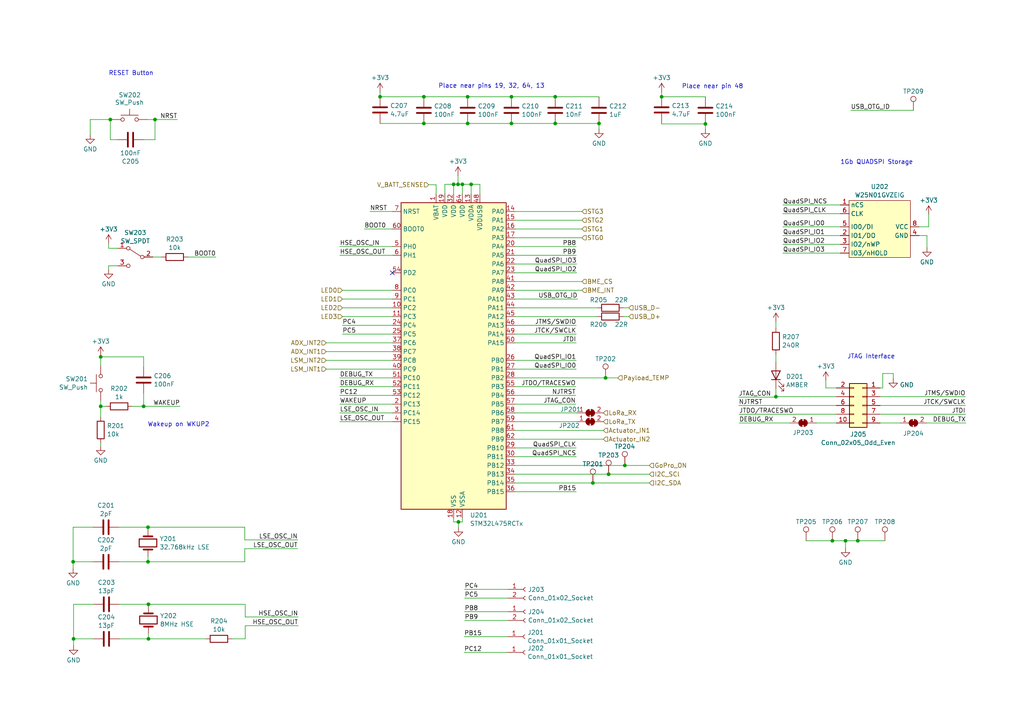
<source format=kicad_sch>
(kicad_sch (version 20231120) (generator "eeschema") (generator_version "8.0")
  (paper "A4")
  (title_block (title "Anduril-1 Flight Computer") (date "2024-02-22") (rev "V1.0") (company "UVic Rocketry"))
  (lib_symbols
    (symbol "Connector:Conn_01x01_Socket" (pin_names (offset 1.016) hide)
      (property "Reference" "J" (at 0 2.54 0))
      (property "Value" "Conn_01x01_Socket" (at 0 -2.54 0))
      (symbol "Conn_01x01_Socket_1_1"
        (polyline (pts (xy -1.27 0) (xy -0.508 0)) (stroke (width 0.1524)))
        (arc (start 0 0.508) (mid -0.5058 0) (end 0 -0.508) (stroke (width 0.1524)))
        (pin passive line (at -5.08 0 0) (length 3.81) (name "Pin_1") (number "1"))
      )
    )
    (symbol "Connector:Conn_01x02_Socket" (pin_names (offset 1.016) hide)
      (property "Reference" "J" (at 0 2.54 0))
      (property "Value" "Conn_01x02_Socket" (at 0 -5.08 0))
      (symbol "Conn_01x02_Socket_1_1"
        (arc (start 0 -2.032) (mid -0.5058 -2.54) (end 0 -3.048) (stroke (width 0.1524)))
        (polyline (pts (xy -1.27 -2.54) (xy -0.508 -2.54)) (stroke (width 0.1524)))
        (polyline (pts (xy -1.27 0) (xy -0.508 0)) (stroke (width 0.1524)))
        (arc (start 0 0.508) (mid -0.5058 0) (end 0 -0.508) (stroke (width 0.1524)))
        (pin passive line (at -5.08 0 0) (length 3.81) (name "Pin_1") (number "1"))
        (pin passive line (at -5.08 -2.54 0) (length 3.81) (name "Pin_2") (number "2"))
      )
    )
    (symbol "Connector:TestPoint" (pin_numbers hide) (pin_names (offset 0.762) hide)
      (property "Reference" "TP" (at 0 6.858 0))
      (property "Value" "TestPoint" (at 0 5.08 0))
      (symbol "TestPoint_0_1"
        (circle (center 0 3.302) (radius 0.762))
      )
      (symbol "TestPoint_1_1"
        (pin passive line (at 0 0 90) (length 2.54) (name "1") (number "1"))
      )
    )
    (symbol "Connector_Generic:Conn_02x05_Odd_Even" (pin_names (offset 1.016) hide)
      (property "Reference" "J" (at 1.27 7.62 0))
      (property "Value" "Conn_02x05_Odd_Even" (at 1.27 -7.62 0))
      (symbol "Conn_02x05_Odd_Even_1_1"
        (rectangle (start -1.27 -4.953) (end 0 -5.207) (stroke (width 0.1524)))
        (rectangle (start -1.27 -2.413) (end 0 -2.667) (stroke (width 0.1524)))
        (rectangle (start -1.27 0.127) (end 0 -0.127) (stroke (width 0.1524)))
        (rectangle (start -1.27 2.667) (end 0 2.413) (stroke (width 0.1524)))
        (rectangle (start -1.27 5.207) (end 0 4.953) (stroke (width 0.1524)))
        (rectangle (start -1.27 6.35) (end 3.81 -6.35) (stroke (width 0.254)) (fill (type background)))
        (rectangle (start 3.81 -4.953) (end 2.54 -5.207) (stroke (width 0.1524)))
        (rectangle (start 3.81 -2.413) (end 2.54 -2.667) (stroke (width 0.1524)))
        (rectangle (start 3.81 0.127) (end 2.54 -0.127) (stroke (width 0.1524)))
        (rectangle (start 3.81 2.667) (end 2.54 2.413) (stroke (width 0.1524)))
        (rectangle (start 3.81 5.207) (end 2.54 4.953) (stroke (width 0.1524)))
        (pin passive line (at -5.08 5.08 0) (length 3.81) (name "Pin_1") (number "1"))
        (pin passive line (at 7.62 -5.08 180) (length 3.81) (name "Pin_10") (number "10"))
        (pin passive line (at 7.62 5.08 180) (length 3.81) (name "Pin_2") (number "2"))
        (pin passive line (at -5.08 2.54 0) (length 3.81) (name "Pin_3") (number "3"))
        (pin passive line (at 7.62 2.54 180) (length 3.81) (name "Pin_4") (number "4"))
        (pin passive line (at -5.08 0 0) (length 3.81) (name "Pin_5") (number "5"))
        (pin passive line (at 7.62 0 180) (length 3.81) (name "Pin_6") (number "6"))
        (pin passive line (at -5.08 -2.54 0) (length 3.81) (name "Pin_7") (number "7"))
        (pin passive line (at 7.62 -2.54 180) (length 3.81) (name "Pin_8") (number "8"))
        (pin passive line (at -5.08 -5.08 0) (length 3.81) (name "Pin_9") (number "9"))
      )
    )
    (symbol "Device:C" (pin_numbers hide) (pin_names (offset 0.254))
      (property "Reference" "C" (at 0.635 2.54 0))
      (property "Value" "C" (at 0.635 -2.54 0))
      (symbol "C_0_1"
        (polyline (pts (xy -2.032 -0.762) (xy 2.032 -0.762)) (stroke (width 0.508)))
        (polyline (pts (xy -2.032 0.762) (xy 2.032 0.762)) (stroke (width 0.508)))
      )
      (symbol "C_1_1"
        (pin passive line (at 0 3.81 270) (length 2.794) (name "~") (number "1"))
        (pin passive line (at 0 -3.81 90) (length 2.794) (name "~") (number "2"))
      )
    )
    (symbol "Device:Crystal" (pin_numbers hide) (pin_names (offset 1.016) hide)
      (property "Reference" "Y" (at 0 3.81 0))
      (property "Value" "Crystal" (at 0 -3.81 0))
      (symbol "Crystal_0_1"
        (rectangle (start -1.143 2.54) (end 1.143 -2.54) (stroke (width 0.3048)))
        (polyline (pts (xy -2.54 0) (xy -1.905 0)))
        (polyline (pts (xy -1.905 -1.27) (xy -1.905 1.27)) (stroke (width 0.508)))
        (polyline (pts (xy 1.905 -1.27) (xy 1.905 1.27)) (stroke (width 0.508)))
        (polyline (pts (xy 2.54 0) (xy 1.905 0)))
      )
      (symbol "Crystal_1_1"
        (pin passive line (at -3.81 0 0) (length 1.27) (name "1") (number "1"))
        (pin passive line (at 3.81 0 180) (length 1.27) (name "2") (number "2"))
      )
    )
    (symbol "Device:LED" (pin_numbers hide) (pin_names (offset 1.016) hide)
      (property "Reference" "D" (at 0 2.54 0))
      (property "Value" "LED" (at 0 -2.54 0))
      (symbol "LED_0_1"
        (polyline (pts (xy -1.27 -1.27) (xy -1.27 1.27)) (stroke (width 0.254)))
        (polyline (pts (xy -1.27 0) (xy 1.27 0)))
        (polyline (pts (xy 1.27 -1.27) (xy 1.27 1.27) (xy -1.27 0) (xy 1.27 -1.27)) (stroke (width 0.254)))
        (polyline (pts (xy -3.048 -0.762) (xy -4.572 -2.286) (xy -3.81 -2.286) (xy -4.572 -2.286) (xy -4.572 -1.524)))
        (polyline (pts (xy -1.778 -0.762) (xy -3.302 -2.286) (xy -2.54 -2.286) (xy -3.302 -2.286) (xy -3.302 -1.524)))
      )
      (symbol "LED_1_1"
        (pin passive line (at -3.81 0 0) (length 2.54) (name "K") (number "1"))
        (pin passive line (at 3.81 0 180) (length 2.54) (name "A") (number "2"))
      )
    )
    (symbol "Device:R" (pin_numbers hide) (pin_names (offset 0))
      (property "Reference" "R" (at 2.032 0 90))
      (property "Value" "R" (at 0 0 90))
      (symbol "R_0_1"
        (rectangle (start -1.016 -2.54) (end 1.016 2.54) (stroke (width 0.254)))
      )
      (symbol "R_1_1"
        (pin passive line (at 0 3.81 270) (length 1.27) (name "~") (number "1"))
        (pin passive line (at 0 -3.81 90) (length 1.27) (name "~") (number "2"))
      )
    )
    (symbol "Jumper:SolderJumper_2_Bridged" (pin_names (offset 0) hide)
      (property "Reference" "JP" (at 0 2.032 0))
      (property "Value" "SolderJumper_2_Bridged" (at 0 -2.54 0))
      (symbol "SolderJumper_2_Bridged_0_1"
        (rectangle (start -0.508 0.508) (end 0.508 -0.508) (fill (type outline)))
        (arc (start -0.254 1.016) (mid -1.2656 0) (end -0.254 -1.016))
        (arc (start -0.254 1.016) (mid -1.2656 0) (end -0.254 -1.016) (fill (type outline)))
        (polyline (pts (xy -0.254 1.016) (xy -0.254 -1.016)))
        (polyline (pts (xy 0.254 1.016) (xy 0.254 -1.016)))
        (arc (start 0.254 -1.016) (mid 1.2656 0) (end 0.254 1.016))
        (arc (start 0.254 -1.016) (mid 1.2656 0) (end 0.254 1.016) (fill (type outline)))
      )
      (symbol "SolderJumper_2_Bridged_1_1"
        (pin passive line (at -3.81 0 0) (length 2.54) (name "A") (number "1"))
        (pin passive line (at 3.81 0 180) (length 2.54) (name "B") (number "2"))
      )
    )
    (symbol "MCU_ST_STM32L4:STM32L475RCTx"
      (property "Reference" "U" (at -15.24 46.99 0))
      (property "Value" "STM32L475RCTx" (at 10.16 46.99 0))
      (symbol "STM32L475RCTx_0_1"
        (rectangle (start -15.24 -43.18) (end 15.24 45.72) (stroke (width 0.254)) (fill (type background)))
      )
      (symbol "STM32L475RCTx_1_1"
        (pin power_in line (at -5.08 48.26 270) (length 2.54) (name "VBAT") (number "1"))
        (pin bidirectional line (at -17.78 15.24 0) (length 2.54) (name "PC2") (number "10"))
        (pin bidirectional line (at -17.78 12.7 0) (length 2.54) (name "PC3") (number "11"))
        (pin power_in line (at 2.54 -45.72 90) (length 2.54) (name "VSSA") (number "12"))
        (pin power_in line (at 5.08 48.26 270) (length 2.54) (name "VDDA") (number "13"))
        (pin bidirectional line (at 17.78 43.18 180) (length 2.54) (name "PA0") (number "14"))
        (pin bidirectional line (at 17.78 40.64 180) (length 2.54) (name "PA1") (number "15"))
        (pin bidirectional line (at 17.78 38.1 180) (length 2.54) (name "PA2") (number "16"))
        (pin bidirectional line (at 17.78 35.56 180) (length 2.54) (name "PA3") (number "17"))
        (pin power_in line (at 0 -45.72 90) (length 2.54) (name "VSS") (number "18"))
        (pin power_in line (at -2.54 48.26 270) (length 2.54) (name "VDD") (number "19"))
        (pin bidirectional line (at -17.78 -12.7 0) (length 2.54) (name "PC13") (number "2"))
        (pin bidirectional line (at 17.78 33.02 180) (length 2.54) (name "PA4") (number "20"))
        (pin bidirectional line (at 17.78 30.48 180) (length 2.54) (name "PA5") (number "21"))
        (pin bidirectional line (at 17.78 27.94 180) (length 2.54) (name "PA6") (number "22"))
        (pin bidirectional line (at 17.78 25.4 180) (length 2.54) (name "PA7") (number "23"))
        (pin bidirectional line (at -17.78 10.16 0) (length 2.54) (name "PC4") (number "24"))
        (pin bidirectional line (at -17.78 7.62 0) (length 2.54) (name "PC5") (number "25"))
        (pin bidirectional line (at 17.78 0 180) (length 2.54) (name "PB0") (number "26"))
        (pin bidirectional line (at 17.78 -2.54 180) (length 2.54) (name "PB1") (number "27"))
        (pin bidirectional line (at 17.78 -5.08 180) (length 2.54) (name "PB2") (number "28"))
        (pin bidirectional line (at 17.78 -25.4 180) (length 2.54) (name "PB10") (number "29"))
        (pin bidirectional line (at -17.78 -15.24 0) (length 2.54) (name "PC14") (number "3"))
        (pin bidirectional line (at 17.78 -27.94 180) (length 2.54) (name "PB11") (number "30"))
        (pin passive line (at 0 -45.72 90) (length 2.54) hide (name "VSS") (number "31"))
        (pin power_in line (at 0 48.26 270) (length 2.54) (name "VDD") (number "32"))
        (pin bidirectional line (at 17.78 -30.48 180) (length 2.54) (name "PB12") (number "33"))
        (pin bidirectional line (at 17.78 -33.02 180) (length 2.54) (name "PB13") (number "34"))
        (pin bidirectional line (at 17.78 -35.56 180) (length 2.54) (name "PB14") (number "35"))
        (pin bidirectional line (at 17.78 -38.1 180) (length 2.54) (name "PB15") (number "36"))
        (pin bidirectional line (at -17.78 5.08 0) (length 2.54) (name "PC6") (number "37"))
        (pin bidirectional line (at -17.78 2.54 0) (length 2.54) (name "PC7") (number "38"))
        (pin bidirectional line (at -17.78 0 0) (length 2.54) (name "PC8") (number "39"))
        (pin bidirectional line (at -17.78 -17.78 0) (length 2.54) (name "PC15") (number "4"))
        (pin bidirectional line (at -17.78 -2.54 0) (length 2.54) (name "PC9") (number "40"))
        (pin bidirectional line (at 17.78 22.86 180) (length 2.54) (name "PA8") (number "41"))
        (pin bidirectional line (at 17.78 20.32 180) (length 2.54) (name "PA9") (number "42"))
        (pin bidirectional line (at 17.78 17.78 180) (length 2.54) (name "PA10") (number "43"))
        (pin bidirectional line (at 17.78 15.24 180) (length 2.54) (name "PA11") (number "44"))
        (pin bidirectional line (at 17.78 12.7 180) (length 2.54) (name "PA12") (number "45"))
        (pin bidirectional line (at 17.78 10.16 180) (length 2.54) (name "PA13") (number "46"))
        (pin passive line (at 0 -45.72 90) (length 2.54) hide (name "VSS") (number "47"))
        (pin power_in line (at 7.62 48.26 270) (length 2.54) (name "VDDUSB") (number "48"))
        (pin bidirectional line (at 17.78 7.62 180) (length 2.54) (name "PA14") (number "49"))
        (pin bidirectional line (at -17.78 33.02 0) (length 2.54) (name "PH0") (number "5"))
        (pin bidirectional line (at 17.78 5.08 180) (length 2.54) (name "PA15") (number "50"))
        (pin bidirectional line (at -17.78 -5.08 0) (length 2.54) (name "PC10") (number "51"))
        (pin bidirectional line (at -17.78 -7.62 0) (length 2.54) (name "PC11") (number "52"))
        (pin bidirectional line (at -17.78 -10.16 0) (length 2.54) (name "PC12") (number "53"))
        (pin bidirectional line (at -17.78 25.4 0) (length 2.54) (name "PD2") (number "54"))
        (pin bidirectional line (at 17.78 -7.62 180) (length 2.54) (name "PB3") (number "55"))
        (pin bidirectional line (at 17.78 -10.16 180) (length 2.54) (name "PB4") (number "56"))
        (pin bidirectional line (at 17.78 -12.7 180) (length 2.54) (name "PB5") (number "57"))
        (pin bidirectional line (at 17.78 -15.24 180) (length 2.54) (name "PB6") (number "58"))
        (pin bidirectional line (at 17.78 -17.78 180) (length 2.54) (name "PB7") (number "59"))
        (pin bidirectional line (at -17.78 30.48 0) (length 2.54) (name "PH1") (number "6"))
        (pin input line (at -17.78 38.1 0) (length 2.54) (name "BOOT0") (number "60"))
        (pin bidirectional line (at 17.78 -20.32 180) (length 2.54) (name "PB8") (number "61"))
        (pin bidirectional line (at 17.78 -22.86 180) (length 2.54) (name "PB9") (number "62"))
        (pin passive line (at 0 -45.72 90) (length 2.54) hide (name "VSS") (number "63"))
        (pin power_in line (at 2.54 48.26 270) (length 2.54) (name "VDD") (number "64"))
        (pin input line (at -17.78 43.18 0) (length 2.54) (name "NRST") (number "7"))
        (pin bidirectional line (at -17.78 20.32 0) (length 2.54) (name "PC0") (number "8"))
        (pin bidirectional line (at -17.78 17.78 0) (length 2.54) (name "PC1") (number "9"))
      )
    )
    (symbol "Switch:SW_Push" (pin_numbers hide) (pin_names (offset 1.016) hide)
      (property "Reference" "SW" (at 1.27 2.54 0))
      (property "Value" "SW_Push" (at 0 -1.524 0))
      (symbol "SW_Push_0_1"
        (circle (center -2.032 0) (radius 0.508))
        (polyline (pts (xy 0 1.27) (xy 0 3.048)))
        (polyline (pts (xy 2.54 1.27) (xy -2.54 1.27)))
        (circle (center 2.032 0) (radius 0.508))
        (pin passive line (at -5.08 0 0) (length 2.54) (name "1") (number "1"))
        (pin passive line (at 5.08 0 180) (length 2.54) (name "2") (number "2"))
      )
    )
    (symbol "Switch:SW_SPDT" (pin_names (offset 0) hide)
      (property "Reference" "SW" (at 0 4.318 0))
      (property "Value" "SW_SPDT" (at 0 -5.08 0))
      (symbol "SW_SPDT_0_0"
        (circle (center -2.032 0) (radius 0.508))
        (circle (center 2.032 -2.54) (radius 0.508))
      )
      (symbol "SW_SPDT_0_1"
        (polyline (pts (xy -1.524 0.254) (xy 1.651 2.286)))
        (circle (center 2.032 2.54) (radius 0.508))
      )
      (symbol "SW_SPDT_1_1"
        (pin passive line (at 5.08 2.54 180) (length 2.54) (name "A") (number "1"))
        (pin passive line (at -5.08 0 0) (length 2.54) (name "B") (number "2"))
        (pin passive line (at 5.08 -2.54 180) (length 2.54) (name "C") (number "3"))
      )
    )
    (symbol "W25N01GVZEIG:W25N01GVZEIG"
      (property "Reference" "U" (at 0 0 0))
      (property "Value" "W25N01GVZEIG" (at 0 0 0))
      (symbol "W25N01GVZEIG_1_1"
        (rectangle (start 1.27 -16.51) (end 19.05 -33.02) (fill (type background)))
        (pin input line (at -1.27 -17.78 0) (length 2.54) (name "nCS") (number "1"))
        (pin bidirectional line (at -1.27 -26.67 0) (length 2.54) (name "IO1/DO") (number "2"))
        (pin bidirectional line (at -1.27 -29.21 0) (length 2.54) (name "IO2/nWP") (number "3"))
        (pin passive line (at 21.59 -26.67 180) (length 2.54) (name "GND") (number "4"))
        (pin bidirectional line (at -1.27 -24.13 0) (length 2.54) (name "IO0/DI") (number "5"))
        (pin input line (at -1.27 -20.32 0) (length 2.54) (name "CLK") (number "6"))
        (pin bidirectional line (at -1.27 -31.75 0) (length 2.54) (name "IO3/nHOLD") (number "7"))
        (pin power_in line (at 21.59 -24.13 180) (length 2.54) (name "VCC") (number "8"))
      )
    )
    (symbol "power:+3V3" (power) (pin_names (offset 0))
      (property "Value" "+3V3" (at 0 3.556 0))
      (symbol "+3V3_0_1"
        (polyline (pts (xy -0.762 1.27) (xy 0 2.54)))
        (polyline (pts (xy 0 0) (xy 0 2.54)))
        (polyline (pts (xy 0 2.54) (xy 0.762 1.27)))
      )
      (symbol "+3V3_1_1"
        (pin power_in line (at 0 0 90) (length 0) hide (name "+3V3") (number "1"))
      )
    )
    (symbol "power:GND" (power) (pin_names (offset 0))
      (property "Value" "GND" (at 0 -3.81 0))
      (symbol "GND_0_1"
        (polyline (pts (xy 0 0) (xy 0 -1.27) (xy 1.27 -1.27) (xy 0 -2.54) (xy -1.27 -1.27) (xy 0 -1.27)))
      )
      (symbol "GND_1_1"
        (pin power_in line (at 0 0 270) (length 0) hide (name "GND") (number "1"))
      )
    )
  )
  (junction (at 135.636 35.814))
  (junction (at 29.21 117.856))
  (junction (at 131.572 53.467))
  (junction (at 132.842 53.467))
  (junction (at 135.636 28.067))
  (junction (at 175.641 109.601))
  (junction (at 148.336 35.814))
  (junction (at 241.427 156.845))
  (junction (at 173.736 35.814))
  (junction (at 225.044 115.062))
  (junction (at 42.926 152.908))
  (junction (at 161.036 28.067))
  (junction (at 161.036 35.814))
  (junction (at 41.656 117.856))
  (junction (at 122.936 35.814))
  (junction (at 181.229 135.001))
  (junction (at 136.652 53.467))
  (junction (at 43.053 185.293))
  (junction (at 122.936 28.067))
  (junction (at 132.969 151.384))
  (junction (at 32.004 34.671))
  (junction (at 204.597 35.941))
  (junction (at 248.793 156.845))
  (junction (at 245.237 156.845))
  (junction (at 110.236 28.067))
  (junction (at 171.958 140.081))
  (junction (at 176.53 137.541))
  (junction (at 191.897 28.067))
  (junction (at 21.336 185.293))
  (junction (at 42.926 162.941))
  (junction (at 43.053 175.26))
  (junction (at 21.209 162.941))
  (junction (at 44.958 34.671))
  (junction (at 134.112 53.467))
  (junction (at 148.336 28.067))
  (junction (at 29.21 103.505))
  (no_connect (at 113.792 79.121))
  (wire (pts (xy 41.656 114.046) (xy 41.656 117.856)))
  (wire (pts (xy 149.352 99.441) (xy 167.132 99.441)))
  (wire (pts (xy 149.352 137.541) (xy 176.53 137.541)))
  (wire (pts (xy 70.993 159.131) (xy 86.36 159.131)))
  (wire (pts (xy 173.736 35.814) (xy 173.736 37.465)))
  (wire (pts (xy 21.336 185.293) (xy 21.336 187.325)))
  (wire (pts (xy 204.597 28.067) (xy 204.597 28.194)))
  (wire (pts (xy 110.236 28.067) (xy 122.936 28.067)))
  (wire (pts (xy 21.209 152.908) (xy 21.209 162.941)))
  (wire (pts (xy 113.792 71.501) (xy 98.552 71.501)))
  (wire (pts (xy 99.314 84.201) (xy 113.792 84.201)))
  (wire (pts (xy 129.032 53.467) (xy 129.032 56.261)))
  (wire (pts (xy 71.12 181.483) (xy 86.487 181.483)))
  (wire (pts (xy 131.572 53.467) (xy 131.572 56.261)))
  (wire (pts (xy 266.573 68.326) (xy 268.859 68.326)))
  (wire (pts (xy 70.993 152.908) (xy 70.993 156.591)))
  (wire (pts (xy 110.236 26.67) (xy 110.236 28.067)))
  (wire (pts (xy 136.652 53.467) (xy 136.652 56.261)))
  (wire (pts (xy 149.352 86.741) (xy 167.513 86.741)))
  (wire (pts (xy 149.352 124.841) (xy 175.006 124.841)))
  (wire (pts (xy 32.004 34.671) (xy 32.512 34.671)))
  (wire (pts (xy 268.859 68.326) (xy 268.859 71.882)))
  (wire (pts (xy 149.352 91.821) (xy 173.228 91.821)))
  (wire (pts (xy 113.792 91.821) (xy 99.314 91.821)))
  (wire (pts (xy 113.792 122.301) (xy 98.552 122.301)))
  (wire (pts (xy 71.12 175.26) (xy 71.12 178.943)))
  (wire (pts (xy 168.783 84.201) (xy 149.352 84.201)))
  (wire (pts (xy 214.249 115.189) (xy 225.044 115.189)))
  (wire (pts (xy 113.792 96.901) (xy 99.314 96.901)))
  (wire (pts (xy 31.496 72.009) (xy 31.496 70.612)))
  (wire (pts (xy 147.32 173.482) (xy 134.747 173.482)))
  (wire (pts (xy 149.352 129.921) (xy 167.132 129.921)))
  (wire (pts (xy 44.323 74.549) (xy 46.863 74.549)))
  (wire (pts (xy 149.352 107.061) (xy 167.132 107.061)))
  (wire (pts (xy 132.969 151.384) (xy 132.969 153.035)))
  (wire (pts (xy 43.053 175.26) (xy 43.053 176.022)))
  (wire (pts (xy 41.656 40.513) (xy 44.958 40.513)))
  (wire (pts (xy 149.352 71.501) (xy 167.132 71.501)))
  (wire (pts (xy 42.926 152.908) (xy 42.926 153.67)))
  (wire (pts (xy 214.376 120.142) (xy 242.57 120.142)))
  (wire (pts (xy 43.053 175.26) (xy 71.12 175.26)))
  (wire (pts (xy 269.367 65.786) (xy 269.367 62.23)))
  (wire (pts (xy 227.076 70.866) (xy 243.713 70.866)))
  (wire (pts (xy 147.193 184.658) (xy 134.62 184.658)))
  (wire (pts (xy 149.352 142.621) (xy 167.132 142.621)))
  (wire (pts (xy 225.044 112.649) (xy 225.044 115.062)))
  (wire (pts (xy 139.192 56.261) (xy 139.192 53.467)))
  (wire (pts (xy 113.792 109.601) (xy 98.552 109.601)))
  (wire (pts (xy 44.958 40.513) (xy 44.958 34.671)))
  (wire (pts (xy 227.076 65.786) (xy 243.713 65.786)))
  (wire (pts (xy 71.12 185.293) (xy 71.12 181.483)))
  (wire (pts (xy 168.783 63.881) (xy 149.352 63.881)))
  (wire (pts (xy 191.897 35.941) (xy 204.597 35.941)))
  (wire (pts (xy 180.848 91.821) (xy 182.372 91.821)))
  (wire (pts (xy 236.728 122.682) (xy 242.57 122.682)))
  (wire (pts (xy 94.615 107.061) (xy 113.792 107.061)))
  (wire (pts (xy 180.848 89.281) (xy 182.372 89.281)))
  (wire (pts (xy 147.32 179.959) (xy 134.747 179.959)))
  (wire (pts (xy 149.352 109.601) (xy 175.641 109.601)))
  (wire (pts (xy 113.792 117.221) (xy 98.552 117.221)))
  (wire (pts (xy 110.236 35.814) (xy 122.936 35.814)))
  (wire (pts (xy 241.427 156.845) (xy 245.237 156.845)))
  (wire (pts (xy 149.352 89.281) (xy 173.228 89.281)))
  (wire (pts (xy 149.352 114.681) (xy 167.005 114.681)))
  (wire (pts (xy 94.615 104.521) (xy 113.792 104.521)))
  (wire (pts (xy 70.993 156.591) (xy 86.36 156.591)))
  (wire (pts (xy 26.162 34.671) (xy 32.004 34.671)))
  (wire (pts (xy 29.21 103.505) (xy 41.656 103.505)))
  (wire (pts (xy 149.352 112.141) (xy 167.005 112.141)))
  (wire (pts (xy 148.336 28.067) (xy 161.036 28.067)))
  (wire (pts (xy 67.31 185.293) (xy 71.12 185.293)))
  (wire (pts (xy 256.032 112.522) (xy 256.032 108.331)))
  (wire (pts (xy 94.615 99.441) (xy 113.792 99.441)))
  (wire (pts (xy 167.386 122.301) (xy 149.352 122.301)))
  (wire (pts (xy 181.229 135.001) (xy 188.341 135.001)))
  (wire (pts (xy 34.544 152.908) (xy 42.926 152.908)))
  (wire (pts (xy 21.209 162.941) (xy 26.924 162.941)))
  (wire (pts (xy 34.544 162.941) (xy 42.926 162.941)))
  (wire (pts (xy 132.842 53.467) (xy 134.112 53.467)))
  (wire (pts (xy 32.004 40.513) (xy 32.004 34.671)))
  (wire (pts (xy 30.734 117.856) (xy 29.21 117.856)))
  (wire (pts (xy 227.076 59.436) (xy 243.713 59.436)))
  (wire (pts (xy 149.352 79.121) (xy 167.259 79.121)))
  (wire (pts (xy 113.792 86.741) (xy 99.314 86.741)))
  (wire (pts (xy 149.352 81.661) (xy 168.783 81.661)))
  (wire (pts (xy 134.112 150.241) (xy 134.112 151.384)))
  (wire (pts (xy 239.522 110.363) (xy 239.522 112.522)))
  (wire (pts (xy 136.652 53.467) (xy 139.192 53.467)))
  (wire (pts (xy 29.21 116.205) (xy 29.21 117.856)))
  (wire (pts (xy 168.783 61.341) (xy 149.352 61.341)))
  (wire (pts (xy 149.352 135.001) (xy 181.229 135.001)))
  (wire (pts (xy 29.21 128.524) (xy 29.21 129.413)))
  (wire (pts (xy 113.792 89.281) (xy 99.314 89.281)))
  (wire (pts (xy 266.573 65.786) (xy 269.367 65.786)))
  (wire (pts (xy 147.32 170.942) (xy 134.747 170.942)))
  (wire (pts (xy 259.08 108.331) (xy 259.08 109.855)))
  (wire (pts (xy 168.783 66.421) (xy 149.352 66.421)))
  (wire (pts (xy 255.27 122.682) (xy 261.112 122.682)))
  (wire (pts (xy 34.671 185.293) (xy 43.053 185.293)))
  (wire (pts (xy 26.924 152.908) (xy 21.209 152.908)))
  (wire (pts (xy 255.27 120.142) (xy 280.035 120.142)))
  (wire (pts (xy 175.006 127.381) (xy 149.352 127.381)))
  (wire (pts (xy 94.615 101.981) (xy 113.792 101.981)))
  (wire (pts (xy 126.492 56.261) (xy 126.492 53.594)))
  (wire (pts (xy 225.044 93.345) (xy 225.044 95.123)))
  (wire (pts (xy 268.732 122.682) (xy 280.162 122.682)))
  (wire (pts (xy 41.656 106.426) (xy 41.656 103.505)))
  (wire (pts (xy 175.641 109.601) (xy 179.197 109.601)))
  (wire (pts (xy 135.636 35.814) (xy 148.336 35.814)))
  (wire (pts (xy 225.044 115.062) (xy 242.57 115.062)))
  (wire (pts (xy 113.792 74.041) (xy 98.552 74.041)))
  (wire (pts (xy 233.807 156.845) (xy 241.427 156.845)))
  (wire (pts (xy 26.162 34.671) (xy 26.162 39.116)))
  (wire (pts (xy 113.792 94.361) (xy 99.314 94.361)))
  (wire (pts (xy 225.044 115.189) (xy 225.044 115.062)))
  (wire (pts (xy 113.792 112.141) (xy 98.552 112.141)))
  (wire (pts (xy 38.354 117.856) (xy 41.656 117.856)))
  (wire (pts (xy 131.572 53.467) (xy 132.842 53.467)))
  (wire (pts (xy 214.376 122.682) (xy 229.108 122.682)))
  (wire (pts (xy 161.036 35.814) (xy 173.736 35.814)))
  (wire (pts (xy 176.53 137.541) (xy 188.341 137.541)))
  (wire (pts (xy 227.076 68.326) (xy 243.713 68.326)))
  (wire (pts (xy 255.27 115.062) (xy 280.035 115.062)))
  (wire (pts (xy 34.036 40.513) (xy 32.004 40.513)))
  (wire (pts (xy 191.897 35.687) (xy 191.897 35.941)))
  (wire (pts (xy 204.597 35.941) (xy 204.597 37.465)))
  (wire (pts (xy 129.032 53.467) (xy 131.572 53.467)))
  (wire (pts (xy 122.936 28.067) (xy 122.936 28.194)))
  (wire (pts (xy 110.236 35.687) (xy 110.236 35.814)))
  (wire (pts (xy 21.336 175.26) (xy 21.336 185.293)))
  (wire (pts (xy 27.051 175.26) (xy 21.336 175.26)))
  (wire (pts (xy 135.636 28.067) (xy 135.636 28.194)))
  (wire (pts (xy 149.352 140.081) (xy 171.958 140.081)))
  (wire (pts (xy 42.926 161.29) (xy 42.926 162.941)))
  (wire (pts (xy 134.112 53.467) (xy 136.652 53.467)))
  (wire (pts (xy 42.926 152.908) (xy 70.993 152.908)))
  (wire (pts (xy 149.352 76.581) (xy 167.259 76.581)))
  (wire (pts (xy 148.336 28.067) (xy 148.336 28.194)))
  (wire (pts (xy 54.483 74.549) (xy 62.611 74.549)))
  (wire (pts (xy 134.747 177.419) (xy 147.32 177.419)))
  (wire (pts (xy 256.032 108.331) (xy 259.08 108.331)))
  (wire (pts (xy 191.897 28.067) (xy 204.597 28.067)))
  (wire (pts (xy 225.044 102.743) (xy 225.044 105.029)))
  (wire (pts (xy 21.209 162.941) (xy 21.209 164.973)))
  (wire (pts (xy 149.352 132.461) (xy 167.132 132.461)))
  (wire (pts (xy 161.036 28.067) (xy 173.736 28.067)))
  (wire (pts (xy 34.163 77.089) (xy 31.496 77.089)))
  (wire (pts (xy 113.792 114.681) (xy 98.552 114.681)))
  (wire (pts (xy 149.352 68.961) (xy 168.783 68.961)))
  (wire (pts (xy 135.636 28.067) (xy 148.336 28.067)))
  (wire (pts (xy 43.053 185.293) (xy 59.69 185.293)))
  (wire (pts (xy 255.27 117.602) (xy 280.035 117.602)))
  (wire (pts (xy 42.672 34.671) (xy 44.958 34.671)))
  (wire (pts (xy 113.792 119.761) (xy 98.552 119.761)))
  (wire (pts (xy 171.958 140.081) (xy 188.341 140.081)))
  (wire (pts (xy 149.352 117.221) (xy 167.005 117.221)))
  (wire (pts (xy 42.926 162.941) (xy 70.993 162.941)))
  (wire (pts (xy 149.352 119.761) (xy 167.386 119.761)))
  (wire (pts (xy 161.036 28.067) (xy 161.036 28.194)))
  (wire (pts (xy 255.27 112.522) (xy 256.032 112.522)))
  (wire (pts (xy 122.936 28.067) (xy 135.636 28.067)))
  (wire (pts (xy 173.736 28.067) (xy 173.736 28.194)))
  (wire (pts (xy 243.713 61.976) (xy 227.076 61.976)))
  (wire (pts (xy 248.793 156.845) (xy 256.667 156.845)))
  (wire (pts (xy 43.053 183.642) (xy 43.053 185.293)))
  (wire (pts (xy 147.193 189.23) (xy 134.62 189.23)))
  (wire (pts (xy 131.572 150.241) (xy 131.572 151.384)))
  (wire (pts (xy 124.333 53.594) (xy 126.492 53.594)))
  (wire (pts (xy 132.969 151.384) (xy 134.112 151.384)))
  (wire (pts (xy 132.842 50.927) (xy 132.842 53.467)))
  (wire (pts (xy 149.352 74.041) (xy 167.132 74.041)))
  (wire (pts (xy 149.352 94.361) (xy 167.132 94.361)))
  (wire (pts (xy 31.496 77.089) (xy 31.496 78.232)))
  (wire (pts (xy 29.21 106.045) (xy 29.21 103.505)))
  (wire (pts (xy 148.336 35.814) (xy 161.036 35.814)))
  (wire (pts (xy 44.958 34.671) (xy 51.435 34.671)))
  (wire (pts (xy 239.522 112.522) (xy 242.57 112.522)))
  (wire (pts (xy 113.792 61.341) (xy 107.315 61.341)))
  (wire (pts (xy 149.352 104.521) (xy 167.132 104.521)))
  (wire (pts (xy 149.352 96.901) (xy 167.132 96.901)))
  (wire (pts (xy 41.656 117.856) (xy 52.197 117.856)))
  (wire (pts (xy 122.936 35.814) (xy 135.636 35.814)))
  (wire (pts (xy 245.237 156.845) (xy 248.793 156.845)))
  (wire (pts (xy 34.671 175.26) (xy 43.053 175.26)))
  (wire (pts (xy 264.922 32.004) (xy 246.761 32.004)))
  (wire (pts (xy 131.572 151.384) (xy 132.969 151.384)))
  (wire (pts (xy 34.163 72.009) (xy 31.496 72.009)))
  (wire (pts (xy 245.237 156.845) (xy 245.237 159.004)))
  (wire (pts (xy 29.21 117.856) (xy 29.21 120.904)))
  (wire (pts (xy 227.076 73.406) (xy 243.713 73.406)))
  (wire (pts (xy 29.21 103.505) (xy 29.21 103.124)))
  (wire (pts (xy 191.897 26.67) (xy 191.897 28.067)))
  (wire (pts (xy 134.112 56.261) (xy 134.112 53.467)))
  (wire (pts (xy 113.792 66.421) (xy 105.664 66.421)))
  (wire (pts (xy 21.336 185.293) (xy 27.051 185.293)))
  (wire (pts (xy 70.993 162.941) (xy 70.993 159.131)))
  (wire (pts (xy 214.249 117.602) (xy 242.57 117.602)))
  (wire (pts (xy 71.12 178.943) (xy 86.487 178.943)))
  (wire (pts (xy 204.597 35.814) (xy 204.597 35.941)))
  (text "JTAG Interface\n" (at 245.745 104.267 0) (effects (font (size 1.27 1.27)) (justify left bottom)))
  (text "Wakeup on WKUP2\n" (at 42.799 123.952 0) (effects (font (size 1.27 1.27)) (justify left bottom)))
  (text "Place near pins 19, 32, 64, 13" (at 127.127 25.781 0) (effects (font (size 1.27 1.27)) (justify left bottom)))
  (text "Place near pin 48" (at 197.739 25.908 0) (effects (font (size 1.27 1.27)) (justify left bottom)))
  (text "1Gb QUADSPI Storage" (at 243.713 47.879 0) (effects (font (size 1.27 1.27)) (justify left bottom)))
  (text "RESET Button\n" (at 31.496 22.098 0) (effects (font (size 1.27 1.27)) (justify left bottom)))
  (label "PC5" (at 99.314 96.901 0))
  (label "BOOT0" (at 62.611 74.549 180))
  (label "PC12" (at 98.552 114.681 0))
  (label "LSE_OSC_IN" (at 98.552 119.761 0))
  (label "PB8" (at 167.132 71.501 180))
  (label "PB8" (at 134.747 177.419 0))
  (label "JTAG_CON" (at 214.249 115.189 0))
  (label "JTDO{slash}TRACESWO" (at 167.005 112.141 180))
  (label "QuadSPI_IO0" (at 227.076 65.786 0))
  (label "QuadSPI_CLK" (at 167.132 129.921 180))
  (label "LSE_OSC_OUT" (at 98.552 122.301 0))
  (label "QuadSPI_CLK" (at 227.076 61.976 0))
  (label "QuadSPI_NCS" (at 227.076 59.436 0))
  (label "QuadSPI_IO3" (at 227.076 73.406 0))
  (label "LSE_OSC_IN" (at 86.36 156.591 180))
  (label "JTDI" (at 280.035 120.142 180))
  (label "QuadSPI_IO0" (at 167.132 107.061 180))
  (label "JTCK{slash}SWCLK" (at 280.035 117.602 180))
  (label "PC12" (at 134.62 189.23 0))
  (label "DEBUG_RX" (at 98.552 112.141 0))
  (label "HSE_OSC_IN" (at 86.487 178.943 180))
  (label "DEBUG_TX" (at 98.552 109.601 0))
  (label "NRST" (at 51.435 34.671 180))
  (label "USB_OTG_ID" (at 246.761 32.004 0))
  (label "JTDO{slash}TRACESWO" (at 214.376 120.142 0))
  (label "PC5" (at 134.747 173.482 0))
  (label "QuadSPI_IO3" (at 167.259 76.581 180))
  (label "DEBUG_RX" (at 214.376 122.682 0))
  (label "BOOT0" (at 105.664 66.421 0))
  (label "USB_OTG_ID" (at 167.513 86.741 180))
  (label "PC4" (at 134.747 170.942 0))
  (label "NJTRST" (at 214.249 117.602 0))
  (label "PB15" (at 134.62 184.658 0))
  (label "QuadSPI_IO2" (at 167.259 79.121 180))
  (label "NRST" (at 107.315 61.341 0))
  (label "NJTRST" (at 167.005 114.681 180))
  (label "QuadSPI_IO1" (at 227.076 68.326 0))
  (label "JTDI" (at 167.132 99.441 180))
  (label "WAKEUP" (at 98.552 117.221 0))
  (label "DEBUG_TX" (at 280.162 122.682 180))
  (label "WAKEUP" (at 52.197 117.856 180))
  (label "LSE_OSC_OUT" (at 86.36 159.131 180))
  (label "HSE_OSC_OUT" (at 98.552 74.041 0))
  (label "PB15" (at 167.132 142.621 180))
  (label "JTCK{slash}SWCLK" (at 167.132 96.901 180))
  (label "JTMS{slash}SWDIO" (at 280.035 115.062 180))
  (label "HSE_OSC_OUT" (at 86.487 181.483 180))
  (label "JTMS{slash}SWDIO" (at 167.132 94.361 180))
  (label "PC4" (at 99.314 94.361 0))
  (label "PB9" (at 134.747 179.959 0))
  (label "QuadSPI_IO1" (at 167.132 104.521 180))
  (label "QuadSPI_IO2" (at 227.076 70.866 0))
  (label "HSE_OSC_IN" (at 98.552 71.501 0))
  (label "QuadSPI_NCS" (at 167.132 132.461 180))
  (label "PB9" (at 167.132 74.041 180))
  (label "JTAG_CON" (at 167.005 117.221 180))
  (hierarchical_label "USB_D+" (shape input) (at 182.372 91.821 0))
  (hierarchical_label "STG1" (shape input) (at 168.783 66.421 0))
  (hierarchical_label "Actuator_IN2" (shape input) (at 175.006 127.381 0))
  (hierarchical_label "V_BATT_SENSE" (shape input) (at 124.333 53.594 180))
  (hierarchical_label "USB_D-" (shape input) (at 182.372 89.281 0))
  (hierarchical_label "STG3" (shape input) (at 168.783 61.341 0))
  (hierarchical_label "I2C_SDA" (shape input) (at 188.341 140.081 0))
  (hierarchical_label "Payload_TEMP" (shape input) (at 179.197 109.601 0))
  (hierarchical_label "BME_CS" (shape input) (at 168.783 81.661 0))
  (hierarchical_label "LSM_INT2" (shape input) (at 94.615 104.521 180))
  (hierarchical_label "LED2" (shape input) (at 99.314 89.281 180))
  (hierarchical_label "Actuator_IN1" (shape input) (at 175.006 124.841 0))
  (hierarchical_label "LED0" (shape input) (at 99.314 84.201 180))
  (hierarchical_label "LSM_INT1" (shape input) (at 94.615 107.061 180))
  (hierarchical_label "BME_INT" (shape input) (at 168.783 84.201 0))
  (hierarchical_label "LED1" (shape input) (at 99.314 86.741 180))
  (hierarchical_label "LoRa_RX" (shape input) (at 175.006 119.761 0))
  (hierarchical_label "GoPro_ON" (shape input) (at 188.341 135.001 0))
  (hierarchical_label "STG2" (shape input) (at 168.783 63.881 0))
  (hierarchical_label "ADX_INT2" (shape input) (at 94.615 99.441 180))
  (hierarchical_label "LoRa_TX" (shape input) (at 175.006 122.301 0))
  (hierarchical_label "LED3" (shape input) (at 99.314 91.821 180))
  (hierarchical_label "I2C_SCl" (shape input) (at 188.341 137.541 0))
  (hierarchical_label "ADX_INT1" (shape input) (at 94.615 101.981 180))
  (hierarchical_label "STG0" (shape input) (at 168.783 68.961 0))
  (symbol (lib_id "Device:C") (at 148.336 32.004 0) (unit 1)
    (property "Reference" "C210" (at 151.257 30.7919 0) (effects (justify left)))
    (property "Value" "100nF" (at 151.257 33.2161 0) (effects (justify left)))
    (property "Footprint" "Capacitor_SMD:C_0603_1608Metric_Pad1.08x0.95mm_HandSolder" (effects (hide yes)))
    (property "Description" "100nF 0603" (effects (hide yes)))
    (property "DK_Number" "311-1088-1-ND" (effects (hide yes)))
  )
  (symbol (lib_id "power:GND") (at 173.736 37.465 0) (unit 1)
    (property "Reference" "#PWR0211" (effects (hide yes)))
    (property "Value" "GND" (at 173.736 41.5981 0))
  )
  (symbol (lib_id "power:+3V3") (at 191.897 26.67 0) (unit 1)
    (property "Reference" "#PWR0212" (effects (hide yes)))
    (property "Value" "+3V3" (at 191.897 22.5369 0))
  )
  (symbol (lib_id "Connector:TestPoint") (at 264.922 32.004 0) (unit 1)
    (property "Reference" "TP209" (at 264.922 25.781 0) (effects (justify top)))
    (property "Footprint" "TestPoint:TestPoint_THTPad_D1.0mm_Drill0.5mm" (effects (hide yes)))
  )
  (symbol (lib_id "Jumper:SolderJumper_2_Bridged") (at 171.196 122.301 0) (mirror x) (unit 1)
    (property "Reference" "JP202" (at 165.1 123.444 0))
    (property "Value" "SolderJumper_2_Bridged" (effects (hide yes)))
    (property "Footprint" "Jumper:SolderJumper-2_P1.3mm_Bridged_RoundedPad1.0x1.5mm" (effects (hide yes)))
    (property "Description" "Solder Jumper" (effects (hide yes)))
  )
  (symbol (lib_id "Connector:Conn_01x02_Socket") (at 152.4 170.942 0) (unit 1)
    (property "Reference" "J203" (at 153.1112 170.9999 0) (effects (justify left)))
    (property "Value" "Conn_01x02_Socket" (at 153.1112 173.4241 0) (effects (justify left)))
    (property "Footprint" "Connector_PinSocket_2.54mm:PinSocket_1x02_P2.54mm_Vertical" (effects (hide yes)))
    (property "Description" "Socket 1x2 2.54" (effects (hide yes)))
  )
  (symbol (lib_id "Device:R") (at 225.044 98.933 0) (unit 1)
    (property "Reference" "R207" (at 226.822 97.7209 0) (effects (justify left)))
    (property "Value" "240R" (at 226.822 100.1451 0) (effects (justify left)))
    (property "Footprint" "Resistor_SMD:R_0603_1608Metric_Pad0.98x0.95mm_HandSolder" (effects (hide yes)))
    (property "Description" "240R 0603" (effects (hide yes)))
    (property "DK_Number" "YAG3582CT-ND" (effects (hide yes)))
  )
  (symbol (lib_id "Device:Crystal") (at 43.053 179.832 90) (unit 1)
    (property "Reference" "Y202" (at 46.3804 178.6199 90) (effects (justify right)))
    (property "Value" "8MHz HSE" (at 46.3804 181.0441 90) (effects (justify right)))
    (property "Footprint" "Crystal:Crystal_SMD_0603-2Pin_6.0x3.5mm" (effects (hide yes)))
    (property "DK_Number" "535-9831-1-ND" (effects (hide yes)))
  )
  (symbol (lib_id "power:+3V3") (at 269.367 62.23 0) (unit 1)
    (property "Reference" "#PWR0219" (effects (hide yes)))
    (property "Value" "+3V3" (at 269.367 58.0969 0))
  )
  (symbol (lib_id "power:GND") (at 245.237 159.004 0) (unit 1)
    (property "Reference" "#PWR0216" (effects (hide yes)))
    (property "Value" "GND" (at 245.237 163.1371 0))
  )
  (symbol (lib_id "Device:C") (at 30.861 185.293 90) (mirror x) (unit 1)
    (property "Reference" "C204" (at 30.861 178.9897 90))
    (property "Value" "13pF" (at 30.861 181.4139 90))
    (property "Footprint" "Capacitor_SMD:C_0603_1608Metric_Pad1.08x0.95mm_HandSolder" (effects (hide yes)))
    (property "Description" "13pF 0603" (effects (hide yes)))
    (property "DK_Number" "311-1767-1-ND" (effects (hide yes)))
  )
  (symbol (lib_id "power:GND") (at 259.08 109.855 0) (unit 1)
    (property "Reference" "#PWR0217" (effects (hide yes)))
    (property "Value" "GND" (at 263.017 111.633 0))
  )
  (symbol (lib_id "Device:C") (at 37.846 40.513 270) (mirror x) (unit 1)
    (property "Reference" "C205" (at 37.846 46.8163 90))
    (property "Value" "100nF" (at 37.846 44.3921 90))
    (property "Footprint" "Capacitor_SMD:C_0603_1608Metric_Pad1.08x0.95mm_HandSolder" (effects (hide yes)))
    (property "Description" "100nF 0603" (effects (hide yes)))
    (property "DK_Number" "311-1088-1-ND" (effects (hide yes)))
  )
  (symbol (lib_id "Connector:Conn_01x02_Socket") (at 152.4 177.419 0) (unit 1)
    (property "Reference" "J204" (at 153.1112 177.4769 0) (effects (justify left)))
    (property "Value" "Conn_01x02_Socket" (at 153.1112 179.9011 0) (effects (justify left)))
    (property "Footprint" "Connector_PinSocket_2.54mm:PinSocket_1x02_P2.54mm_Vertical" (effects (hide yes)))
    (property "Description" "Socket 1x2 2.54" (effects (hide yes)))
  )
  (symbol (lib_id "Device:LED") (at 225.044 108.839 90) (unit 1)
    (property "Reference" "D201" (at 227.965 109.2144 90) (effects (justify right)))
    (property "Value" "AMBER" (at 227.965 111.6386 90) (effects (justify right)))
    (property "Footprint" "LED_SMD:LED_1206_3216Metric" (effects (hide yes)))
    (property "Description" "Amber 1206" (effects (hide yes)))
    (property "DK_Number" "732-4988-1-ND" (effects (hide yes)))
  )
  (symbol (lib_id "Device:C") (at 30.861 175.26 90) (mirror x) (unit 1)
    (property "Reference" "C203" (at 30.861 168.9567 90))
    (property "Value" "13pF" (at 30.861 171.3809 90))
    (property "Footprint" "Capacitor_SMD:C_0603_1608Metric_Pad1.08x0.95mm_HandSolder" (effects (hide yes)))
    (property "Description" "13pF 0603" (effects (hide yes)))
    (property "DK_Number" "311-1767-1-ND" (effects (hide yes)))
  )
  (symbol (lib_id "Connector_Generic:Conn_02x05_Odd_Even") (at 250.19 117.602 0) (mirror y) (unit 1)
    (property "Reference" "J205" (at 248.92 125.9728 0))
    (property "Value" "Conn_02x05_Odd_Even" (at 248.92 128.397 0))
    (property "Footprint" "Connector_PinSocket_2.54mm:PinSocket_2x05_P2.54mm_Vertical" (effects (hide yes)))
    (property "Description" "Socket 2x5 2.54" (effects (hide yes)))
  )
  (symbol (lib_id "Jumper:SolderJumper_2_Bridged") (at 232.918 122.682 180) (unit 1)
    (property "Reference" "JP203" (at 232.918 125.476 0))
    (property "Value" "SolderJumper_2_Bridged" (effects (hide yes)))
    (property "Footprint" "Jumper:SolderJumper-2_P1.3mm_Bridged_RoundedPad1.0x1.5mm" (effects (hide yes)))
    (property "Description" "Solder Jumper" (effects (hide yes)))
  )
  (symbol (lib_id "Connector:TestPoint") (at 175.641 109.601 0) (unit 1)
    (property "Reference" "TP202" (at 175.641 103.378 0) (effects (justify top)))
    (property "Footprint" "TestPoint:TestPoint_THTPad_D1.0mm_Drill0.5mm" (effects (hide yes)))
  )
  (symbol (lib_id "Device:R") (at 34.544 117.856 90) (unit 1)
    (property "Reference" "R202" (at 34.544 112.6957 90))
    (property "Value" "1k" (at 34.544 115.1199 90))
    (property "Footprint" "Resistor_SMD:R_0603_1608Metric_Pad0.98x0.95mm_HandSolder" (effects (hide yes)))
    (property "Description" "1k 0603" (effects (hide yes)))
    (property "DK_Number" "311-10KLDCT-ND" (effects (hide yes)))
  )
  (symbol (lib_id "power:GND") (at 21.336 187.325 0) (unit 1)
    (property "Reference" "#PWR0202" (effects (hide yes)))
    (property "Value" "GND" (at 21.336 191.4581 0))
  )
  (symbol (lib_id "Connector:TestPoint") (at 248.793 156.845 0) (unit 1)
    (property "Reference" "TP207" (at 248.793 150.622 0) (effects (justify top)))
    (property "Footprint" "TestPoint:TestPoint_THTPad_D1.0mm_Drill0.5mm" (effects (hide yes)))
  )
  (symbol (lib_id "Device:R") (at 177.038 91.821 90) (mirror x) (unit 1)
    (property "Reference" "R206" (at 173.609 94.107 90))
    (property "Value" "22R" (at 180.213 94.107 90))
    (property "Footprint" "Resistor_SMD:R_0603_1608Metric_Pad0.98x0.95mm_HandSolder" (effects (hide yes)))
    (property "Description" "22R 0603" (effects (hide yes)))
    (property "DK_Number" "311-22.0HRCT-ND" (effects (hide yes)))
  )
  (symbol (lib_id "Connector:TestPoint") (at 241.427 156.845 0) (unit 1)
    (property "Reference" "TP206" (at 241.427 150.622 0) (effects (justify top)))
    (property "Footprint" "TestPoint:TestPoint_THTPad_D1.0mm_Drill0.5mm" (effects (hide yes)))
  )
  (symbol (lib_id "Device:C") (at 135.636 32.004 0) (unit 1)
    (property "Reference" "C209" (at 138.557 30.7919 0) (effects (justify left)))
    (property "Value" "100nF" (at 138.557 33.2161 0) (effects (justify left)))
    (property "Footprint" "Capacitor_SMD:C_0603_1608Metric_Pad1.08x0.95mm_HandSolder" (effects (hide yes)))
    (property "Description" "100nF 0603" (effects (hide yes)))
    (property "DK_Number" "311-1088-1-ND" (effects (hide yes)))
  )
  (symbol (lib_id "power:GND") (at 31.496 78.232 0) (unit 1)
    (property "Reference" "#PWR0207" (effects (hide yes)))
    (property "Value" "GND" (at 31.496 82.3651 0))
  )
  (symbol (lib_id "Switch:SW_Push") (at 37.592 34.671 0) (mirror y) (unit 1)
    (property "Reference" "SW202" (at 40.894 27.559 0) (effects (justify left)))
    (property "Value" "SW_Push" (at 41.783 29.718 0) (effects (justify left)))
    (property "Footprint" "Button_Switch_THT:SW_PUSH_6mm" (effects (hide yes)))
    (property "Description" "Button 6mm" (effects (hide yes)))
    (property "DK_Number" "2223-TS02-66-60-BK-160-SCR-D-ND" (effects (hide yes)))
  )
  (symbol (lib_id "Device:R") (at 63.5 185.293 90) (unit 1)
    (property "Reference" "R204" (at 63.5 180.1327 90))
    (property "Value" "10k" (at 63.5 182.5569 90))
    (property "Footprint" "Resistor_SMD:R_0603_1608Metric_Pad0.98x0.95mm_HandSolder" (effects (hide yes)))
    (property "Description" "10k 0603" (effects (hide yes)))
    (property "DK_Number" "311-10KLDCT-ND" (effects (hide yes)))
  )
  (symbol (lib_id "W25N01GVZEIG:W25N01GVZEIG") (at 244.983 41.656 0) (unit 1)
    (property "Reference" "U202" (at 255.143 54.1487 0))
    (property "Value" "W25N01GVZEIG" (at 255.143 56.5729 0))
    (property "Footprint" "Package_SON:WSON-8-1EP_8x6mm_P1.27mm_EP3.4x4.3mm" (effects (hide yes)))
    (property "Description" "QSPI WSON-8" (effects (hide yes)))
    (property "DK_Number" "256-W25N01GVZEIG-ND" (effects (hide yes)))
  )
  (symbol (lib_id "power:GND") (at 132.969 153.035 0) (unit 1)
    (property "Reference" "#PWR0210" (effects (hide yes)))
    (property "Value" "GND" (at 132.969 157.1681 0))
  )
  (symbol (lib_id "Device:R") (at 177.038 89.281 90) (unit 1)
    (property "Reference" "R205" (at 173.609 86.995 90))
    (property "Value" "22R" (at 180.213 86.995 90))
    (property "Footprint" "Resistor_SMD:R_0603_1608Metric_Pad0.98x0.95mm_HandSolder" (effects (hide yes)))
    (property "Description" "22R 0603" (effects (hide yes)))
    (property "DK_Number" "311-22.0HRCT-ND" (effects (hide yes)))
  )
  (symbol (lib_id "Device:C") (at 122.936 32.004 0) (unit 1)
    (property "Reference" "C208" (at 125.857 30.7919 0) (effects (justify left)))
    (property "Value" "100nF" (at 125.857 33.2161 0) (effects (justify left)))
    (property "Footprint" "Capacitor_SMD:C_0603_1608Metric_Pad1.08x0.95mm_HandSolder" (effects (hide yes)))
    (property "Description" "100nF 0603" (effects (hide yes)))
    (property "DK_Number" "311-1088-1-ND" (effects (hide yes)))
  )
  (symbol (lib_id "power:+3V3") (at 225.044 93.345 0) (unit 1)
    (property "Reference" "#PWR0214" (effects (hide yes)))
    (property "Value" "+3V3" (at 225.044 89.2119 0))
  )
  (symbol (lib_id "Device:R") (at 50.673 74.549 90) (unit 1)
    (property "Reference" "R203" (at 50.673 69.3887 90))
    (property "Value" "10k" (at 50.673 71.8129 90))
    (property "Footprint" "Resistor_SMD:R_0603_1608Metric_Pad0.98x0.95mm_HandSolder" (effects (hide yes)))
    (property "Description" "10k 0603" (effects (hide yes)))
    (property "DK_Number" "311-10KLDCT-ND" (effects (hide yes)))
  )
  (symbol (lib_id "power:+3V3") (at 132.842 50.927 0) (unit 1)
    (property "Reference" "#PWR0209" (effects (hide yes)))
    (property "Value" "+3V3" (at 132.842 46.7939 0))
  )
  (symbol (lib_id "MCU_ST_STM32L4:STM32L475RCTx") (at 131.572 104.521 0) (unit 1)
    (property "Reference" "U201" (at 136.3061 149.4211 0) (effects (justify left)))
    (property "Value" "STM32L475RCTx" (at 136.3061 151.8453 0) (effects (justify left)))
    (property "Footprint" "Package_QFP:LQFP-64_10x10mm_P0.5mm" (effects (hide yes)))
    (property "Datasheet" "https://www.st.com/resource/en/datasheet/stm32l475rc.pdf" (effects (hide yes)))
    (property "Description" "STM32 LQFP-64" (effects (hide yes)))
    (property "DK_Number" "497-18963-ND" (effects (hide yes)))
  )
  (symbol (lib_id "Jumper:SolderJumper_2_Bridged") (at 171.196 119.761 0) (unit 1)
    (property "Reference" "JP201" (at 165.481 118.745 0))
    (property "Value" "SolderJumper_2_Bridged" (effects (hide yes)))
    (property "Footprint" "Jumper:SolderJumper-2_P1.3mm_Bridged_RoundedPad1.0x1.5mm" (effects (hide yes)))
    (property "Description" "Solder Jumper" (effects (hide yes)))
  )
  (symbol (lib_id "Connector:TestPoint") (at 176.53 137.541 0) (unit 1)
    (property "Reference" "TP203" (at 176.53 131.318 0) (effects (justify top)))
    (property "Footprint" "TestPoint:TestPoint_THTPad_D1.0mm_Drill0.5mm" (effects (hide yes)))
  )
  (symbol (lib_id "Connector:Conn_01x01_Socket") (at 152.273 184.658 0) (unit 1)
    (property "Reference" "J201" (at 152.9842 183.4459 0) (effects (justify left)))
    (property "Value" "Conn_01x01_Socket" (at 152.9842 185.8701 0) (effects (justify left)))
    (property "Footprint" "Connector_PinSocket_2.54mm:PinSocket_1x01_P2.54mm_Vertical" (effects (hide yes)))
    (property "Description" "Socket 1x1 2.54" (effects (hide yes)))
  )
  (symbol (lib_id "power:GND") (at 29.21 129.413 0) (unit 1)
    (property "Reference" "#PWR0205" (effects (hide yes)))
    (property "Value" "GND" (at 29.21 133.5461 0))
  )
  (symbol (lib_id "power:+3V3") (at 110.236 26.67 0) (unit 1)
    (property "Reference" "#PWR0208" (effects (hide yes)))
    (property "Value" "+3V3" (at 110.236 22.5369 0))
  )
  (symbol (lib_id "Device:Crystal") (at 42.926 157.48 90) (unit 1)
    (property "Reference" "Y201" (at 46.2534 156.2679 90) (effects (justify right)))
    (property "Value" "32.768kHz LSE" (at 46.2534 158.6921 90) (effects (justify right)))
    (property "Footprint" "Crystal:Crystal_SMD_G8-2Pin_3.2x1.5mm_HandSoldering" (effects (hide yes)))
    (property "DK_Number" "732-830054236CT-ND" (effects (hide yes)))
  )
  (symbol (lib_id "power:+3V3") (at 29.21 103.124 0) (unit 1)
    (property "Reference" "#PWR0204" (effects (hide yes)))
    (property "Value" "+3V3" (at 29.21 98.9909 0))
  )
  (symbol (lib_id "Connector:TestPoint") (at 181.229 135.001 0) (unit 1)
    (property "Reference" "TP204" (at 181.229 128.778 0) (effects (justify top)))
    (property "Footprint" "TestPoint:TestPoint_THTPad_D1.0mm_Drill0.5mm" (effects (hide yes)))
  )
  (symbol (lib_id "Connector:TestPoint") (at 233.807 156.845 0) (unit 1)
    (property "Reference" "TP205" (at 233.807 150.622 0) (effects (justify top)))
    (property "Footprint" "TestPoint:TestPoint_THTPad_D1.0mm_Drill0.5mm" (effects (hide yes)))
  )
  (symbol (lib_id "power:+3V3") (at 31.496 70.612 0) (unit 1)
    (property "Reference" "#PWR0206" (effects (hide yes)))
    (property "Value" "+3V3" (at 31.496 66.4789 0))
  )
  (symbol (lib_id "Device:C") (at 204.597 32.004 0) (unit 1)
    (property "Reference" "C214" (at 207.518 30.7919 0) (effects (justify left)))
    (property "Value" "100nF" (at 207.518 33.2161 0) (effects (justify left)))
    (property "Footprint" "Capacitor_SMD:C_0603_1608Metric_Pad1.08x0.95mm_HandSolder" (effects (hide yes)))
    (property "Description" "100nF 0603" (effects (hide yes)))
    (property "DK_Number" "311-1088-1-ND" (effects (hide yes)))
  )
  (symbol (lib_id "power:GND") (at 26.162 39.116 0) (unit 1)
    (property "Reference" "#PWR0203" (effects (hide yes)))
    (property "Value" "GND" (at 26.162 43.2491 0))
  )
  (symbol (lib_id "Device:C") (at 41.656 110.236 0) (unit 1)
    (property "Reference" "C206" (at 44.577 109.0239 0) (effects (justify left)))
    (property "Value" "100nF" (at 44.577 111.4481 0) (effects (justify left)))
    (property "Footprint" "Capacitor_SMD:C_0603_1608Metric_Pad1.08x0.95mm_HandSolder" (effects (hide yes)))
    (property "Description" "100nF 0603" (effects (hide yes)))
    (property "DK_Number" "311-1088-1-ND" (effects (hide yes)))
  )
  (symbol (lib_id "Device:C") (at 173.736 32.004 0) (unit 1)
    (property "Reference" "C212" (at 176.657 30.7919 0) (effects (justify left)))
    (property "Value" "1uF" (at 176.657 33.2161 0) (effects (justify left)))
    (property "Footprint" "Capacitor_SMD:C_0603_1608Metric_Pad1.08x0.95mm_HandSolder" (effects (hide yes)))
    (property "Description" "1uF 0603" (effects (hide yes)))
    (property "DK_Number" "311-1446-1-ND" (effects (hide yes)))
  )
  (symbol (lib_id "Switch:SW_SPDT") (at 39.243 74.549 0) (mirror y) (unit 1)
    (property "Reference" "SW203" (at 39.243 67.4837 0))
    (property "Value" "SW_SPDT" (at 39.243 69.9079 0))
    (property "Footprint" "Button_Switch_THT:SW_CuK_OS102011MA1QN1_SPDT_Angled" (effects (hide yes)))
    (property "Description" "Switch SPDT" (effects (hide yes)))
    (property "DK_Number" "CKN9559-ND" (effects (hide yes)))
  )
  (symbol (lib_id "Device:R") (at 29.21 124.714 0) (unit 1)
    (property "Reference" "R201" (at 30.988 123.5019 0) (effects (justify left)))
    (property "Value" "10k" (at 30.988 125.9261 0) (effects (justify left)))
    (property "Footprint" "Resistor_SMD:R_0603_1608Metric_Pad0.98x0.95mm_HandSolder" (effects (hide yes)))
    (property "Description" "10k 0603" (effects (hide yes)))
    (property "DK_Number" "311-10KLDCT-ND" (effects (hide yes)))
  )
  (symbol (lib_id "Connector:TestPoint") (at 256.667 156.845 0) (unit 1)
    (property "Reference" "TP208" (at 256.667 150.622 0) (effects (justify top)))
    (property "Footprint" "TestPoint:TestPoint_THTPad_D1.0mm_Drill0.5mm" (effects (hide yes)))
  )
  (symbol (lib_id "Device:C") (at 30.734 162.941 90) (mirror x) (unit 1)
    (property "Reference" "C202" (at 30.734 156.6377 90))
    (property "Value" "2pF" (at 30.734 159.0619 90))
    (property "Footprint" "Capacitor_SMD:C_0603_1608Metric_Pad1.08x0.95mm_HandSolder" (effects (hide yes)))
    (property "Description" "2pF 0603" (effects (hide yes)))
    (property "DK_Number" "311-3827-1-ND" (effects (hide yes)))
  )
  (symbol (lib_id "Device:C") (at 110.236 31.877 0) (unit 1)
    (property "Reference" "C207" (at 113.157 30.6649 0) (effects (justify left)))
    (property "Value" "4.7uF" (at 113.157 33.0891 0) (effects (justify left)))
    (property "Footprint" "Capacitor_SMD:C_0603_1608Metric_Pad1.08x0.95mm_HandSolder" (effects (hide yes)))
    (property "Description" "4.7u 0603" (effects (hide yes)))
    (property "DK_Number" "490-7203-1-ND" (effects (hide yes)))
  )
  (symbol (lib_id "Device:C") (at 30.734 152.908 90) (mirror x) (unit 1)
    (property "Reference" "C201" (at 30.734 146.6047 90))
    (property "Value" "2pF" (at 30.734 149.0289 90))
    (property "Footprint" "Capacitor_SMD:C_0603_1608Metric_Pad1.08x0.95mm_HandSolder" (effects (hide yes)))
    (property "Description" "2pF 0603" (effects (hide yes)))
    (property "DK_Number" "311-3827-1-ND" (effects (hide yes)))
  )
  (symbol (lib_id "power:+3V3") (at 239.522 110.363 0) (unit 1)
    (property "Reference" "#PWR0215" (effects (hide yes)))
    (property "Value" "+3V3" (at 239.522 106.2299 0))
  )
  (symbol (lib_id "power:GND") (at 204.597 37.465 0) (unit 1)
    (property "Reference" "#PWR0213" (effects (hide yes)))
    (property "Value" "GND" (at 204.597 41.5981 0))
  )
  (symbol (lib_id "Jumper:SolderJumper_2_Bridged") (at 264.922 122.682 0) (mirror x) (unit 1)
    (property "Reference" "JP204" (at 264.922 125.73 0))
    (property "Value" "SolderJumper_2_Bridged" (effects (hide yes)))
    (property "Footprint" "Jumper:SolderJumper-2_P1.3mm_Bridged_RoundedPad1.0x1.5mm" (effects (hide yes)))
    (property "Description" "Solder Jumper" (effects (hide yes)))
  )
  (symbol (lib_id "power:GND") (at 268.859 71.882 0) (unit 1)
    (property "Reference" "#PWR0218" (effects (hide yes)))
    (property "Value" "GND" (at 268.859 76.0151 0))
  )
  (symbol (lib_id "Connector:Conn_01x01_Socket") (at 152.273 189.23 0) (unit 1)
    (property "Reference" "J202" (at 152.9842 188.0179 0) (effects (justify left)))
    (property "Value" "Conn_01x01_Socket" (at 152.9842 190.4421 0) (effects (justify left)))
    (property "Footprint" "Connector_PinSocket_2.54mm:PinSocket_1x01_P2.54mm_Vertical" (effects (hide yes)))
    (property "Description" "Socket 1x1 2.54" (effects (hide yes)))
  )
  (symbol (lib_id "Device:C") (at 161.036 32.004 0) (unit 1)
    (property "Reference" "C211" (at 163.957 30.7919 0) (effects (justify left)))
    (property "Value" "10nF" (at 163.957 33.2161 0) (effects (justify left)))
    (property "Footprint" "Capacitor_SMD:C_0603_1608Metric_Pad1.08x0.95mm_HandSolder" (effects (hide yes)))
    (property "Description" "10nF 0603" (effects (hide yes)))
    (property "DK_Number" "490-9666-1-ND" (effects (hide yes)))
  )
  (symbol (lib_id "Connector:TestPoint") (at 171.958 140.081 0) (unit 1)
    (property "Reference" "TP201" (at 171.958 133.858 0) (effects (justify top)))
    (property "Footprint" "TestPoint:TestPoint_THTPad_D1.0mm_Drill0.5mm" (effects (hide yes)))
  )
  (symbol (lib_id "Switch:SW_Push") (at 29.21 111.125 90) (mirror x) (unit 1)
    (property "Reference" "SW201" (at 25.527 109.9129 90) (effects (justify left)))
    (property "Value" "SW_Push" (at 25.527 112.3371 90) (effects (justify left)))
    (property "Footprint" "Button_Switch_THT:SW_PUSH_6mm" (effects (hide yes)))
    (property "Description" "Button 6mm" (effects (hide yes)))
    (property "DK_Number" "2223-TS02-66-60-BK-160-SCR-D-ND" (effects (hide yes)))
  )
  (symbol (lib_id "power:GND") (at 21.209 164.973 0) (unit 1)
    (property "Reference" "#PWR0201" (effects (hide yes)))
    (property "Value" "GND" (at 21.209 169.1061 0))
  )
  (symbol (lib_id "Device:C") (at 191.897 31.877 0) (unit 1)
    (property "Reference" "C213" (at 194.818 30.6649 0) (effects (justify left)))
    (property "Value" "4.7uF" (at 194.818 33.0891 0) (effects (justify left)))
    (property "Footprint" "Capacitor_SMD:C_0603_1608Metric_Pad1.08x0.95mm_HandSolder" (effects (hide yes)))
    (property "Description" "4.7u 0603" (effects (hide yes)))
    (property "DK_Number" "490-7203-1-ND" (effects (hide yes)))
  )
)
</source>
